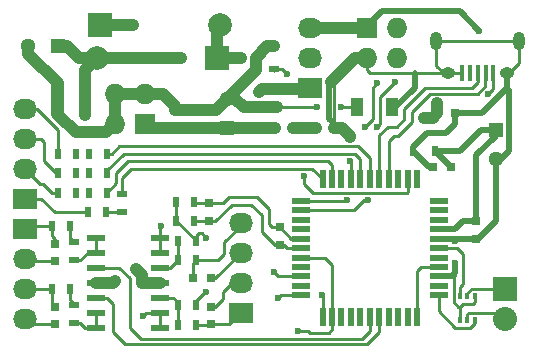
<source format=gbr>
G04 #@! TF.FileFunction,Copper,L1,Top,Signal*
%FSLAX46Y46*%
G04 Gerber Fmt 4.6, Leading zero omitted, Abs format (unit mm)*
G04 Created by KiCad (PCBNEW (2015-08-05 BZR 6055, Git fa29c62)-product) date 24/12/2015 2:00:31 PM*
%MOMM*%
G01*
G04 APERTURE LIST*
%ADD10C,0.100000*%
%ADD11R,0.800000X0.750000*%
%ADD12R,0.750000X0.800000*%
%ADD13C,1.300000*%
%ADD14R,1.300000X1.300000*%
%ADD15C,1.998980*%
%ADD16R,1.998980X1.998980*%
%ADD17R,1.000000X1.600000*%
%ADD18R,0.560000X1.600000*%
%ADD19R,1.600000X0.560000*%
%ADD20R,2.032000X1.727200*%
%ADD21O,2.032000X1.727200*%
%ADD22R,0.400000X1.350000*%
%ADD23O,1.250000X0.950000*%
%ADD24O,1.000000X1.550000*%
%ADD25R,1.727200X1.727200*%
%ADD26O,1.727200X1.727200*%
%ADD27R,2.032000X2.032000*%
%ADD28O,2.032000X2.032000*%
%ADD29R,0.900000X0.600000*%
%ADD30R,0.500000X0.900000*%
%ADD31R,0.900000X0.500000*%
%ADD32R,0.600000X0.900000*%
%ADD33R,1.500000X0.600000*%
%ADD34R,0.304800X0.508000*%
%ADD35C,0.600000*%
%ADD36C,0.254000*%
%ADD37C,1.016000*%
%ADD38C,0.250000*%
%ADD39C,0.508000*%
G04 APERTURE END LIST*
D10*
D11*
X90436000Y-156591000D03*
X91936000Y-156591000D03*
D12*
X91948000Y-160516000D03*
X91948000Y-159016000D03*
D11*
X111137000Y-142621000D03*
X112637000Y-142621000D03*
X112256000Y-147193000D03*
X110756000Y-147193000D03*
D12*
X91821000Y-151753000D03*
X91821000Y-150253000D03*
D13*
X76494000Y-136906000D03*
D14*
X78994000Y-136906000D03*
D12*
X78740000Y-155182000D03*
X78740000Y-153682000D03*
X81280000Y-142760000D03*
X81280000Y-144260000D03*
X97536000Y-140601000D03*
X97536000Y-142101000D03*
X97790000Y-153785000D03*
X97790000Y-152285000D03*
D13*
X93345000Y-141391000D03*
D14*
X93345000Y-143891000D03*
D12*
X88900000Y-143879000D03*
X88900000Y-142379000D03*
X114427000Y-151777000D03*
X114427000Y-153277000D03*
X78740000Y-160516000D03*
X78740000Y-159016000D03*
D13*
X116078000Y-146518000D03*
D14*
X116078000Y-144018000D03*
D15*
X92710000Y-135125460D03*
D16*
X82550000Y-135125460D03*
D17*
X107291000Y-142113000D03*
X104291000Y-142113000D03*
D18*
X101410000Y-159901000D03*
X102210000Y-159901000D03*
X103010000Y-159901000D03*
X103810000Y-159901000D03*
X104610000Y-159901000D03*
X105410000Y-159901000D03*
X106210000Y-159901000D03*
X107010000Y-159901000D03*
X107810000Y-159901000D03*
X108610000Y-159901000D03*
X109410000Y-159901000D03*
D19*
X111260000Y-158051000D03*
X111260000Y-157251000D03*
X111260000Y-156451000D03*
X111260000Y-155651000D03*
X111260000Y-154851000D03*
X111260000Y-154051000D03*
X111260000Y-153251000D03*
X111260000Y-152451000D03*
X111260000Y-151651000D03*
X111260000Y-150851000D03*
X111260000Y-150051000D03*
D18*
X109410000Y-148201000D03*
X108610000Y-148201000D03*
X107810000Y-148201000D03*
X107010000Y-148201000D03*
X106210000Y-148201000D03*
X105410000Y-148201000D03*
X104610000Y-148201000D03*
X103810000Y-148201000D03*
X103010000Y-148201000D03*
X102210000Y-148201000D03*
X101410000Y-148201000D03*
D19*
X99560000Y-150051000D03*
X99560000Y-150851000D03*
X99560000Y-151651000D03*
X99560000Y-152451000D03*
X99560000Y-153251000D03*
X99560000Y-154051000D03*
X99560000Y-154851000D03*
X99560000Y-155651000D03*
X99560000Y-156451000D03*
X99560000Y-157251000D03*
X99560000Y-158051000D03*
D15*
X82296000Y-137924540D03*
D16*
X92456000Y-137924540D03*
D20*
X94488000Y-159512000D03*
D21*
X94488000Y-156972000D03*
X94488000Y-154432000D03*
X94488000Y-151892000D03*
D22*
X115854900Y-139230540D03*
X115204900Y-139230540D03*
X114554900Y-139230540D03*
X113904900Y-139230540D03*
X113254900Y-139230540D03*
D23*
X117054900Y-139230540D03*
X112054900Y-139230540D03*
D24*
X118054900Y-136530540D03*
X111054900Y-136530540D03*
D20*
X76200000Y-149860000D03*
D21*
X76200000Y-147320000D03*
X76200000Y-144780000D03*
X76200000Y-142240000D03*
D25*
X105156000Y-135382000D03*
D26*
X107696000Y-135382000D03*
X105156000Y-137922000D03*
X107696000Y-137922000D03*
D20*
X100330000Y-140462000D03*
D21*
X100330000Y-137922000D03*
X100330000Y-135382000D03*
D20*
X76200000Y-152400000D03*
D21*
X76200000Y-154940000D03*
X76200000Y-157480000D03*
X76200000Y-160020000D03*
D25*
X86360000Y-143510000D03*
D26*
X83820000Y-143510000D03*
X86360000Y-140970000D03*
X83820000Y-140970000D03*
D27*
X116840000Y-157480000D03*
D28*
X116840000Y-160020000D03*
D29*
X94485000Y-137922000D03*
X97285000Y-136972000D03*
X97285000Y-138872000D03*
D30*
X89166000Y-155067000D03*
X90666000Y-155067000D03*
X89166000Y-160528000D03*
X90666000Y-160528000D03*
X89166000Y-153416000D03*
X90666000Y-153416000D03*
X90666000Y-158877000D03*
X89166000Y-158877000D03*
X90539000Y-151765000D03*
X89039000Y-151765000D03*
X90539000Y-150114000D03*
X89039000Y-150114000D03*
X80506000Y-146050000D03*
X79006000Y-146050000D03*
X80506000Y-147701000D03*
X79006000Y-147701000D03*
X80506000Y-149352000D03*
X79006000Y-149352000D03*
X83046000Y-151003000D03*
X81546000Y-151003000D03*
X83173000Y-146050000D03*
X81673000Y-146050000D03*
X83173000Y-147701000D03*
X81673000Y-147701000D03*
X83173000Y-149352000D03*
X81673000Y-149352000D03*
D31*
X84455000Y-149491000D03*
X84455000Y-150991000D03*
X80391000Y-153555000D03*
X80391000Y-155055000D03*
D30*
X78498000Y-152146000D03*
X79998000Y-152146000D03*
D31*
X80391000Y-158889000D03*
X80391000Y-160389000D03*
D30*
X78498000Y-157480000D03*
X79998000Y-157480000D03*
X97421000Y-143891000D03*
X98921000Y-143891000D03*
X100850000Y-143891000D03*
X102350000Y-143891000D03*
D32*
X109982000Y-142999000D03*
X110932000Y-145799000D03*
X109032000Y-145799000D03*
D33*
X87663000Y-160782000D03*
X87663000Y-159512000D03*
X87663000Y-158242000D03*
X87663000Y-156972000D03*
X87663000Y-155702000D03*
X87663000Y-154432000D03*
X87663000Y-153162000D03*
X82263000Y-153162000D03*
X82263000Y-154432000D03*
X82263000Y-155702000D03*
X82263000Y-156972000D03*
X82263000Y-158242000D03*
X82263000Y-159512000D03*
X82263000Y-160782000D03*
D34*
X113030000Y-160147000D03*
X114300000Y-160147000D03*
X113030000Y-158115000D03*
X113665000Y-160147000D03*
X114300000Y-158115000D03*
X113665000Y-158115000D03*
D35*
X85598000Y-155829000D03*
X96012000Y-140843000D03*
X111125000Y-141605000D03*
X115443000Y-140970000D03*
X103759000Y-144653000D03*
X103759000Y-146685000D03*
X112649000Y-155321000D03*
X112649000Y-153416000D03*
X114681000Y-135636000D03*
X90805000Y-142367000D03*
X102997000Y-142113000D03*
X100965000Y-142113000D03*
X83820000Y-156845000D03*
X89408000Y-137922000D03*
X85344000Y-135128000D03*
X99949000Y-143891000D03*
X101346000Y-157988000D03*
X99314000Y-161036000D03*
X86233000Y-159766000D03*
X98425000Y-139319000D03*
X99822000Y-147955000D03*
X106045000Y-140081000D03*
X105029000Y-143764000D03*
X103505000Y-149987000D03*
X107569000Y-139954000D03*
X106045000Y-143764000D03*
X105283000Y-149987000D03*
X97282000Y-156083000D03*
X87757000Y-152146000D03*
X91567000Y-153162000D03*
X97663000Y-158242000D03*
X91567000Y-157734000D03*
D36*
X90666000Y-155067000D02*
X92583000Y-155067000D01*
X93091000Y-153543000D02*
X94488000Y-152146000D01*
X93091000Y-154559000D02*
X93091000Y-153543000D01*
X92583000Y-155067000D02*
X93091000Y-154559000D01*
X94488000Y-152146000D02*
X94488000Y-151892000D01*
X90666000Y-155067000D02*
X90805000Y-155067000D01*
X94488000Y-151892000D02*
X94488000Y-152019000D01*
X90436000Y-156591000D02*
X90436000Y-155297000D01*
X90436000Y-155297000D02*
X90666000Y-155067000D01*
X91936000Y-156591000D02*
X92329000Y-156591000D01*
X92329000Y-156591000D02*
X94488000Y-154432000D01*
X90666000Y-160528000D02*
X91936000Y-160528000D01*
X91936000Y-160528000D02*
X91948000Y-160516000D01*
X91948000Y-160516000D02*
X93484000Y-160516000D01*
X93484000Y-160516000D02*
X94488000Y-159512000D01*
X93726000Y-156972000D02*
X94488000Y-156972000D01*
X92964000Y-157734000D02*
X93726000Y-156972000D01*
X92964000Y-158369000D02*
X92964000Y-157734000D01*
X92317000Y-159016000D02*
X92964000Y-158369000D01*
X91948000Y-159016000D02*
X92317000Y-159016000D01*
D37*
X109982000Y-142999000D02*
X110759000Y-142999000D01*
X110759000Y-142999000D02*
X111137000Y-142621000D01*
X111137000Y-142621000D02*
X111137000Y-141815002D01*
X111125000Y-141803002D02*
X111137000Y-141803002D01*
X111137000Y-141815002D02*
X111125000Y-141803002D01*
X97536000Y-140601000D02*
X100191000Y-140601000D01*
X100191000Y-140601000D02*
X100330000Y-140462000D01*
X97536000Y-140601000D02*
X96254000Y-140601000D01*
X86106000Y-156972000D02*
X87663000Y-156972000D01*
X86106000Y-156337000D02*
X86106000Y-156972000D01*
X85598000Y-155829000D02*
X86106000Y-156337000D01*
X96254000Y-140601000D02*
X96012000Y-140843000D01*
D38*
X111137000Y-141803002D02*
X111137000Y-141617000D01*
X111137000Y-141617000D02*
X111125000Y-141605000D01*
X110759000Y-142999000D02*
X111137000Y-142621000D01*
X115854900Y-139230540D02*
X115854900Y-140558100D01*
X115854900Y-140558100D02*
X115443000Y-140970000D01*
X100191000Y-140601000D02*
X100330000Y-140462000D01*
D39*
X107291000Y-142113000D02*
X107569000Y-142113000D01*
X107569000Y-142113000D02*
X109220000Y-140462000D01*
X109220000Y-140462000D02*
X109220000Y-139230540D01*
X102350000Y-143891000D02*
X102350000Y-143498000D01*
X102350000Y-143498000D02*
X101981000Y-143129000D01*
X102108000Y-139827000D02*
X102108000Y-139954000D01*
X101981000Y-139954000D02*
X102108000Y-139827000D01*
X101981000Y-143129000D02*
X101981000Y-139954000D01*
D37*
X105156000Y-137922000D02*
X104140000Y-137922000D01*
X104140000Y-137922000D02*
X102108000Y-139954000D01*
X102108000Y-139954000D02*
X102350000Y-139712000D01*
X102350000Y-143891000D02*
X103070002Y-143891000D01*
X103759000Y-144579998D02*
X103759000Y-144653000D01*
X103070002Y-143891000D02*
X103759000Y-144579998D01*
D39*
X111260000Y-156451000D02*
X112382000Y-156451000D01*
X112382000Y-156451000D02*
X112649000Y-156184000D01*
X112649000Y-156184000D02*
X112649000Y-155321000D01*
X111260000Y-153251000D02*
X112484000Y-153251000D01*
X112484000Y-153251000D02*
X112649000Y-153416000D01*
X111260000Y-153251000D02*
X114401000Y-153251000D01*
X114401000Y-153251000D02*
X114427000Y-153277000D01*
X114427000Y-153277000D02*
X114566000Y-153277000D01*
X114566000Y-153277000D02*
X116078000Y-151765000D01*
X116078000Y-151765000D02*
X116078000Y-146518000D01*
X116078000Y-146518000D02*
X116499000Y-146518000D01*
X116499000Y-146518000D02*
X117221000Y-145796000D01*
X117221000Y-145796000D02*
X117221000Y-140667200D01*
X112637000Y-142621000D02*
X114935000Y-142621000D01*
X114935000Y-142621000D02*
X117054900Y-140501100D01*
X117054900Y-140501100D02*
X117054900Y-139230540D01*
X109032000Y-145799000D02*
X109032000Y-145476000D01*
X109032000Y-145476000D02*
X110236000Y-144272000D01*
X110236000Y-144272000D02*
X111887000Y-144272000D01*
X111887000Y-144272000D02*
X112637000Y-143522000D01*
X112637000Y-143522000D02*
X112637000Y-142621000D01*
X110756000Y-147193000D02*
X110426000Y-147193000D01*
X110426000Y-147193000D02*
X109032000Y-145799000D01*
D38*
X109032000Y-145476000D02*
X110236000Y-144272000D01*
X112637000Y-143522000D02*
X112637000Y-142621000D01*
X111887000Y-144272000D02*
X112637000Y-143522000D01*
X110236000Y-144272000D02*
X111887000Y-144272000D01*
X116078000Y-146518000D02*
X116078000Y-151765000D01*
X116078000Y-151765000D02*
X114566000Y-153277000D01*
X116499000Y-146518000D02*
X117221000Y-145796000D01*
X117221000Y-145796000D02*
X117221000Y-140667200D01*
X117221000Y-140667200D02*
X117054900Y-140501100D01*
X110426000Y-147193000D02*
X109032000Y-145799000D01*
X117054900Y-140501100D02*
X117054900Y-139230540D01*
X114935000Y-142621000D02*
X117054900Y-140501100D01*
X91821000Y-150253000D02*
X92952000Y-150253000D01*
X97167000Y-152285000D02*
X97790000Y-152285000D01*
X96901000Y-152019000D02*
X97167000Y-152285000D01*
X96901000Y-150749000D02*
X96901000Y-152019000D01*
X95885000Y-149733000D02*
X96901000Y-150749000D01*
X93472000Y-149733000D02*
X95885000Y-149733000D01*
X92952000Y-150253000D02*
X93472000Y-149733000D01*
X99560000Y-153251000D02*
X98756000Y-153251000D01*
X98756000Y-153251000D02*
X97790000Y-152285000D01*
X114427000Y-153277000D02*
X112788000Y-153277000D01*
X112788000Y-153277000D02*
X112649000Y-153416000D01*
X107569000Y-142113000D02*
X109220000Y-140462000D01*
X109220000Y-140462000D02*
X109220000Y-139230540D01*
X111054900Y-136530540D02*
X118054900Y-136530540D01*
X113254900Y-139230540D02*
X112054900Y-139230540D01*
X112054900Y-139230540D02*
X109220000Y-139230540D01*
X109220000Y-139230540D02*
X105448540Y-139230540D01*
X105156000Y-138938000D02*
X105156000Y-137922000D01*
X105448540Y-139230540D02*
X105156000Y-138938000D01*
X112054900Y-139230540D02*
X111671540Y-139230540D01*
X111671540Y-139230540D02*
X111054900Y-138613900D01*
X111054900Y-138613900D02*
X111054900Y-136530540D01*
X117054900Y-139230540D02*
X117182460Y-139230540D01*
X117182460Y-139230540D02*
X118054900Y-138358100D01*
X118054900Y-138358100D02*
X118054900Y-136530540D01*
X103810000Y-146736000D02*
X103810000Y-148201000D01*
X103759000Y-146685000D02*
X103810000Y-146736000D01*
X104140000Y-137922000D02*
X102350000Y-139712000D01*
X102350000Y-139712000D02*
X102350000Y-143891000D01*
X112522000Y-156464000D02*
X112522000Y-156591000D01*
X112649000Y-155321000D02*
X112649000Y-156337000D01*
X112649000Y-156337000D02*
X112522000Y-156464000D01*
X112484000Y-153251000D02*
X112649000Y-153416000D01*
X113030000Y-159004000D02*
X112903000Y-159004000D01*
X112522000Y-156591000D02*
X112382000Y-156451000D01*
X112522000Y-158623000D02*
X112522000Y-156591000D01*
X112903000Y-159004000D02*
X112522000Y-158623000D01*
X113030000Y-160147000D02*
X113030000Y-159004000D01*
X114300000Y-158623000D02*
X114300000Y-158115000D01*
X114173000Y-158750000D02*
X114300000Y-158623000D01*
X113284000Y-158750000D02*
X114173000Y-158750000D01*
X113030000Y-159004000D02*
X113284000Y-158750000D01*
D36*
X91821000Y-150253000D02*
X90678000Y-150253000D01*
X90678000Y-150253000D02*
X90539000Y-150114000D01*
D39*
X113030000Y-133985000D02*
X114681000Y-135636000D01*
X105156000Y-135382000D02*
X105156000Y-135255000D01*
X105156000Y-135255000D02*
X106426000Y-133985000D01*
X106426000Y-133985000D02*
X113030000Y-133985000D01*
D37*
X100330000Y-135382000D02*
X105156000Y-135382000D01*
D39*
X110932000Y-145799000D02*
X110932000Y-145869000D01*
X110932000Y-145869000D02*
X112256000Y-147193000D01*
X116078000Y-144018000D02*
X114808000Y-144018000D01*
X114808000Y-144018000D02*
X113027000Y-145799000D01*
X113027000Y-145799000D02*
X110932000Y-145799000D01*
X114427000Y-151777000D02*
X114427000Y-146177000D01*
X114427000Y-146177000D02*
X116078000Y-144526000D01*
X116078000Y-144526000D02*
X116078000Y-144018000D01*
X111260000Y-152451000D02*
X112598000Y-152451000D01*
X112598000Y-152451000D02*
X113272000Y-151777000D01*
X113272000Y-151777000D02*
X114427000Y-151777000D01*
D38*
X105156000Y-135255000D02*
X106426000Y-133985000D01*
X106426000Y-133985000D02*
X113030000Y-133985000D01*
X116078000Y-144018000D02*
X116078000Y-144526000D01*
X116078000Y-144526000D02*
X114427000Y-146177000D01*
X110932000Y-145799000D02*
X113027000Y-145799000D01*
X113027000Y-145799000D02*
X114808000Y-144018000D01*
X110932000Y-145869000D02*
X112256000Y-147193000D01*
X97790000Y-153785000D02*
X97397000Y-153785000D01*
X92341000Y-151753000D02*
X91821000Y-151753000D01*
X93726000Y-150368000D02*
X92341000Y-151753000D01*
X95377000Y-150368000D02*
X93726000Y-150368000D01*
X96266000Y-151257000D02*
X95377000Y-150368000D01*
X96266000Y-152654000D02*
X96266000Y-151257000D01*
X97397000Y-153785000D02*
X96266000Y-152654000D01*
X97790000Y-153785000D02*
X98159000Y-153785000D01*
X98159000Y-153785000D02*
X98425000Y-154051000D01*
X98425000Y-154051000D02*
X99560000Y-154051000D01*
X114427000Y-151777000D02*
X113272000Y-151777000D01*
X113272000Y-151777000D02*
X112598000Y-152451000D01*
D36*
X91821000Y-151753000D02*
X90551000Y-151753000D01*
X90551000Y-151753000D02*
X90539000Y-151765000D01*
D37*
X81280000Y-144260000D02*
X83070000Y-144260000D01*
X83070000Y-144260000D02*
X83820000Y-143510000D01*
X76494000Y-136906000D02*
X76494000Y-137581000D01*
X76494000Y-137581000D02*
X78994000Y-140081000D01*
X80506000Y-144260000D02*
X81280000Y-144260000D01*
X78994000Y-142748000D02*
X80506000Y-144260000D01*
X78994000Y-140081000D02*
X78994000Y-142748000D01*
X90805000Y-142367000D02*
X90805000Y-142379000D01*
X90805000Y-142379000D02*
X90805000Y-142367000D01*
X90805000Y-142367000D02*
X90805000Y-142379000D01*
X82263000Y-156972000D02*
X83693000Y-156972000D01*
X83693000Y-156972000D02*
X83820000Y-156845000D01*
X93345000Y-141391000D02*
X94020000Y-141391000D01*
X94020000Y-141391000D02*
X94730000Y-142101000D01*
X94730000Y-142101000D02*
X97536000Y-142101000D01*
X93345000Y-141391000D02*
X95758000Y-138978000D01*
X95758000Y-138978000D02*
X95758000Y-137922000D01*
X95758000Y-137922000D02*
X96708000Y-136972000D01*
X96708000Y-136972000D02*
X97285000Y-136972000D01*
X88900000Y-142379000D02*
X90805000Y-142379000D01*
X90805000Y-142379000D02*
X92357000Y-142379000D01*
X92357000Y-142379000D02*
X93345000Y-141391000D01*
X86360000Y-140970000D02*
X87884000Y-140970000D01*
X87884000Y-140970000D02*
X88900000Y-141986000D01*
X88900000Y-141986000D02*
X88900000Y-142379000D01*
X83820000Y-140970000D02*
X83820000Y-143510000D01*
X86360000Y-140970000D02*
X83820000Y-140970000D01*
D38*
X97536000Y-142101000D02*
X100953000Y-142101000D01*
X102997000Y-142113000D02*
X104291000Y-142113000D01*
X100953000Y-142101000D02*
X100965000Y-142113000D01*
X97536000Y-142101000D02*
X94730000Y-142101000D01*
X94730000Y-142101000D02*
X94020000Y-141391000D01*
D36*
X83693000Y-156972000D02*
X83820000Y-156845000D01*
X97285000Y-136972000D02*
X96708000Y-136972000D01*
X95758000Y-137922000D02*
X95758000Y-138978000D01*
X96708000Y-136972000D02*
X95758000Y-137922000D01*
X92357000Y-142379000D02*
X93345000Y-141391000D01*
X81280000Y-144260000D02*
X79998000Y-144260000D01*
X78486000Y-139573000D02*
X76494000Y-137581000D01*
X78486000Y-142748000D02*
X78486000Y-139573000D01*
X79998000Y-144260000D02*
X78486000Y-142748000D01*
X88900000Y-142379000D02*
X88900000Y-141986000D01*
X88900000Y-141986000D02*
X87884000Y-140970000D01*
X83070000Y-144260000D02*
X83820000Y-143510000D01*
D37*
X82296000Y-137924540D02*
X81280000Y-138940540D01*
X81280000Y-138940540D02*
X81280000Y-142760000D01*
X82296000Y-137924540D02*
X80774540Y-137924540D01*
X80774540Y-137924540D02*
X79756000Y-136906000D01*
X79756000Y-136906000D02*
X78994000Y-136906000D01*
X89408000Y-137922000D02*
X82298540Y-137922000D01*
X82298540Y-137922000D02*
X82296000Y-137924540D01*
D36*
X89405460Y-137924540D02*
X82296000Y-137924540D01*
X89408000Y-137922000D02*
X89405460Y-137924540D01*
X78994000Y-136906000D02*
X79756000Y-136906000D01*
X79756000Y-136906000D02*
X80774540Y-137924540D01*
X81280000Y-142760000D02*
X81280000Y-138940540D01*
X78740000Y-155182000D02*
X76442000Y-155182000D01*
X76442000Y-155182000D02*
X76200000Y-154940000D01*
X78498000Y-152146000D02*
X76454000Y-152146000D01*
X76454000Y-152146000D02*
X76200000Y-152400000D01*
X78740000Y-153682000D02*
X78740000Y-153289000D01*
X78740000Y-153289000D02*
X78498000Y-153047000D01*
X78498000Y-153047000D02*
X78498000Y-152146000D01*
D37*
X93345000Y-143891000D02*
X97421000Y-143891000D01*
X88900000Y-143879000D02*
X93333000Y-143879000D01*
X93333000Y-143879000D02*
X93345000Y-143891000D01*
X88900000Y-143879000D02*
X86729000Y-143879000D01*
X86729000Y-143879000D02*
X86360000Y-143510000D01*
X82550000Y-135125460D02*
X85341460Y-135125460D01*
X85341460Y-135125460D02*
X85344000Y-135128000D01*
D36*
X93333000Y-143879000D02*
X93345000Y-143891000D01*
X85341460Y-135125460D02*
X85344000Y-135128000D01*
X86360000Y-143510000D02*
X86741000Y-143510000D01*
X86741000Y-143510000D02*
X87110000Y-143879000D01*
X87110000Y-143879000D02*
X88900000Y-143879000D01*
X78740000Y-160516000D02*
X76696000Y-160516000D01*
X76696000Y-160516000D02*
X76200000Y-160020000D01*
X78498000Y-157480000D02*
X78498000Y-158774000D01*
X78498000Y-158774000D02*
X78740000Y-159016000D01*
X78498000Y-157480000D02*
X76200000Y-157480000D01*
D37*
X94485000Y-137922000D02*
X92458540Y-137922000D01*
X92458540Y-137922000D02*
X92456000Y-137924540D01*
D39*
X92458540Y-137922000D02*
X92456000Y-137924540D01*
D37*
X92456000Y-137924540D02*
X92456000Y-135379460D01*
X92456000Y-135379460D02*
X92710000Y-135125460D01*
D36*
X92458540Y-137922000D02*
X92456000Y-137924540D01*
X92456000Y-135379460D02*
X92710000Y-135125460D01*
D37*
X98921000Y-143891000D02*
X100850000Y-143891000D01*
D36*
X101410000Y-158052000D02*
X101410000Y-159901000D01*
X101346000Y-157988000D02*
X101410000Y-158052000D01*
X100850000Y-143891000D02*
X99949000Y-143891000D01*
X98921000Y-143891000D02*
X99949000Y-143891000D01*
X102210000Y-159901000D02*
X102210000Y-155473000D01*
X101600000Y-154863000D02*
X99572000Y-154863000D01*
X102210000Y-155473000D02*
X101600000Y-154863000D01*
X99572000Y-154863000D02*
X99560000Y-154851000D01*
X87663000Y-159512000D02*
X86487000Y-159512000D01*
X102210000Y-160934000D02*
X102210000Y-159901000D01*
X101927002Y-161216998D02*
X102210000Y-160934000D01*
X100383998Y-161216998D02*
X101927002Y-161216998D01*
X100203000Y-161036000D02*
X100383998Y-161216998D01*
X99314000Y-161036000D02*
X100203000Y-161036000D01*
X86487000Y-159512000D02*
X86233000Y-159766000D01*
X87663000Y-159512000D02*
X87663000Y-160782000D01*
X82263000Y-155702000D02*
X84201000Y-155702000D01*
X105410000Y-161036000D02*
X105410000Y-159901000D01*
X104721002Y-161724998D02*
X105410000Y-161036000D01*
X86032998Y-161724998D02*
X104721002Y-161724998D01*
X85090000Y-160782000D02*
X86032998Y-161724998D01*
X85090000Y-156591000D02*
X85090000Y-160782000D01*
X84201000Y-155702000D02*
X85090000Y-156591000D01*
X82263000Y-158242000D02*
X83185000Y-158242000D01*
X106210000Y-161125000D02*
X106210000Y-159901000D01*
X105156000Y-162179000D02*
X106210000Y-161125000D01*
X84709000Y-162179000D02*
X105156000Y-162179000D01*
X83693000Y-161163000D02*
X84709000Y-162179000D01*
X83693000Y-158750000D02*
X83693000Y-161163000D01*
X83185000Y-158242000D02*
X83693000Y-158750000D01*
D38*
X109410000Y-159901000D02*
X109410000Y-156020000D01*
X109779000Y-155651000D02*
X111260000Y-155651000D01*
X109410000Y-156020000D02*
X109779000Y-155651000D01*
X114300000Y-160147000D02*
X114300000Y-160401000D01*
X114300000Y-160401000D02*
X113919000Y-160782000D01*
X113919000Y-160782000D02*
X112649000Y-160782000D01*
X112649000Y-160782000D02*
X111260000Y-159393000D01*
X111260000Y-159393000D02*
X111260000Y-158051000D01*
X113030000Y-158115000D02*
X113030000Y-157353000D01*
X112776000Y-154051000D02*
X111260000Y-154051000D01*
X113284000Y-154559000D02*
X112776000Y-154051000D01*
X113284000Y-157099000D02*
X113284000Y-154559000D01*
X113030000Y-157353000D02*
X113284000Y-157099000D01*
X108610000Y-148201000D02*
X108610000Y-149327000D01*
X97978000Y-138872000D02*
X97285000Y-138872000D01*
X98425000Y-139319000D02*
X97978000Y-138872000D01*
X99822000Y-148463000D02*
X99822000Y-147955000D01*
X99822000Y-148590000D02*
X99822000Y-148463000D01*
X100584000Y-149352000D02*
X99822000Y-148590000D01*
X108585000Y-149352000D02*
X100584000Y-149352000D01*
X108610000Y-149327000D02*
X108585000Y-149352000D01*
X97285000Y-138872000D02*
X97285000Y-139062000D01*
X108585000Y-148226000D02*
X108610000Y-148201000D01*
X107010000Y-148201000D02*
X107010000Y-144958000D01*
X115189000Y-140335000D02*
X115189000Y-139246440D01*
X114554000Y-140970000D02*
X115189000Y-140335000D01*
X110490000Y-140970000D02*
X114554000Y-140970000D01*
X108966000Y-142494000D02*
X110490000Y-140970000D01*
X108966000Y-143383000D02*
X108966000Y-142494000D01*
X107823000Y-144526000D02*
X108966000Y-143383000D01*
X107442000Y-144526000D02*
X107823000Y-144526000D01*
X107010000Y-144958000D02*
X107442000Y-144526000D01*
X115189000Y-139246440D02*
X115204900Y-139230540D01*
X114554900Y-139230540D02*
X114554900Y-139953100D01*
X106210000Y-144488000D02*
X106210000Y-148201000D01*
X106934000Y-143764000D02*
X106210000Y-144488000D01*
X107696000Y-143764000D02*
X106934000Y-143764000D01*
X108331000Y-143129000D02*
X107696000Y-143764000D01*
X108331000Y-142240000D02*
X108331000Y-143129000D01*
X110109000Y-140462000D02*
X108331000Y-142240000D01*
X114046000Y-140462000D02*
X110109000Y-140462000D01*
X114554900Y-139953100D02*
X114046000Y-140462000D01*
D36*
X83173000Y-146050000D02*
X83566000Y-146050000D01*
X105410000Y-146431000D02*
X105410000Y-148201000D01*
X104394000Y-145415000D02*
X105410000Y-146431000D01*
X84201000Y-145415000D02*
X104394000Y-145415000D01*
X83566000Y-146050000D02*
X84201000Y-145415000D01*
X83173000Y-147701000D02*
X83173000Y-147459000D01*
X83173000Y-147459000D02*
X84582000Y-146050000D01*
X84582000Y-146050000D02*
X104140000Y-146050000D01*
X104140000Y-146050000D02*
X104610000Y-146520000D01*
X104610000Y-146520000D02*
X104610000Y-148201000D01*
X102210000Y-148201000D02*
X102210000Y-147041000D01*
X83947000Y-148578000D02*
X83173000Y-149352000D01*
X83947000Y-147701000D02*
X83947000Y-148578000D01*
X84963000Y-146685000D02*
X83947000Y-147701000D01*
X101854000Y-146685000D02*
X84963000Y-146685000D01*
X102210000Y-147041000D02*
X101854000Y-146685000D01*
X100529000Y-147320000D02*
X101410000Y-148201000D01*
X85217000Y-147320000D02*
X100529000Y-147320000D01*
X84455000Y-148082000D02*
X85217000Y-147320000D01*
X84455000Y-149491000D02*
X84455000Y-148082000D01*
D38*
X99560000Y-150051000D02*
X103441000Y-150051000D01*
X105664000Y-140462000D02*
X106045000Y-140081000D01*
X105664000Y-143129000D02*
X105664000Y-140462000D01*
X105029000Y-143764000D02*
X105664000Y-143129000D01*
X103441000Y-150051000D02*
X103505000Y-149987000D01*
X99560000Y-150851000D02*
X104038000Y-150851000D01*
X106299000Y-141224000D02*
X107569000Y-139954000D01*
X106299000Y-143510000D02*
X106299000Y-141224000D01*
X106045000Y-143764000D02*
X106299000Y-143510000D01*
X104902000Y-149987000D02*
X105283000Y-149987000D01*
X104038000Y-150851000D02*
X104902000Y-149987000D01*
D36*
X87663000Y-153162000D02*
X87663000Y-152240000D01*
X97650000Y-156451000D02*
X99560000Y-156451000D01*
X97282000Y-156083000D02*
X97650000Y-156451000D01*
X87663000Y-152240000D02*
X87757000Y-152146000D01*
X87663000Y-154432000D02*
X87663000Y-153162000D01*
X90932000Y-152781000D02*
X90666000Y-153047000D01*
X91186000Y-152781000D02*
X90932000Y-152781000D01*
X91567000Y-153162000D02*
X91186000Y-152781000D01*
X90666000Y-153047000D02*
X90666000Y-153416000D01*
X97854000Y-158051000D02*
X99560000Y-158051000D01*
X97663000Y-158242000D02*
X97854000Y-158051000D01*
X90666000Y-158508000D02*
X91440000Y-157734000D01*
X91440000Y-157734000D02*
X91567000Y-157734000D01*
X89039000Y-150114000D02*
X89039000Y-151765000D01*
X90666000Y-153416000D02*
X90666000Y-153404000D01*
X90666000Y-153404000D02*
X89039000Y-151777000D01*
X89039000Y-151777000D02*
X89039000Y-151765000D01*
X90666000Y-158877000D02*
X90666000Y-158508000D01*
X76200000Y-149860000D02*
X77597000Y-149860000D01*
X78740000Y-151003000D02*
X81546000Y-151003000D01*
X77597000Y-149860000D02*
X78740000Y-151003000D01*
X79006000Y-149352000D02*
X78486000Y-149352000D01*
X77470000Y-148590000D02*
X76200000Y-147320000D01*
X77724000Y-148590000D02*
X77470000Y-148590000D01*
X78486000Y-149352000D02*
X77724000Y-148590000D01*
X79006000Y-147701000D02*
X78867000Y-147701000D01*
X78867000Y-147701000D02*
X77851000Y-146685000D01*
X77851000Y-146685000D02*
X77851000Y-145034000D01*
X77851000Y-145034000D02*
X77597000Y-144780000D01*
X77597000Y-144780000D02*
X76200000Y-144780000D01*
X76454000Y-144780000D02*
X76200000Y-144780000D01*
X79006000Y-146050000D02*
X79006000Y-144030000D01*
X79006000Y-144030000D02*
X77216000Y-142240000D01*
X77216000Y-142240000D02*
X76200000Y-142240000D01*
D38*
X113665000Y-158115000D02*
X113665000Y-157861000D01*
X113665000Y-157861000D02*
X114046000Y-157480000D01*
X114046000Y-157480000D02*
X116840000Y-157480000D01*
X113665000Y-160147000D02*
X113665000Y-159639000D01*
X113792000Y-159512000D02*
X116332000Y-159512000D01*
X113665000Y-159639000D02*
X113792000Y-159512000D01*
X116332000Y-159512000D02*
X116840000Y-160020000D01*
D36*
X89166000Y-155067000D02*
X89166000Y-153416000D01*
X87663000Y-155702000D02*
X88531000Y-155702000D01*
X88531000Y-155702000D02*
X89166000Y-155067000D01*
X89166000Y-160528000D02*
X89166000Y-158877000D01*
X89166000Y-158877000D02*
X89166000Y-158635000D01*
X89166000Y-158635000D02*
X88773000Y-158242000D01*
X88773000Y-158242000D02*
X87663000Y-158242000D01*
X87790000Y-158115000D02*
X87663000Y-158242000D01*
X84455000Y-150991000D02*
X83058000Y-150991000D01*
X83058000Y-150991000D02*
X83046000Y-151003000D01*
X80391000Y-153555000D02*
X80391000Y-153543000D01*
X80391000Y-153543000D02*
X79998000Y-153150000D01*
X79998000Y-153150000D02*
X79998000Y-152146000D01*
X82263000Y-154432000D02*
X82263000Y-153162000D01*
X80911000Y-155055000D02*
X81534000Y-154432000D01*
X81534000Y-154432000D02*
X82263000Y-154432000D01*
X80391000Y-155055000D02*
X80911000Y-155055000D01*
X80391000Y-158889000D02*
X80391000Y-158750000D01*
X80391000Y-158750000D02*
X79998000Y-158357000D01*
X79998000Y-158357000D02*
X79998000Y-157480000D01*
X82263000Y-159512000D02*
X82263000Y-160782000D01*
X80391000Y-160389000D02*
X80887000Y-160389000D01*
X81280000Y-160782000D02*
X82263000Y-160782000D01*
X80887000Y-160389000D02*
X81280000Y-160782000D01*
M02*

</source>
